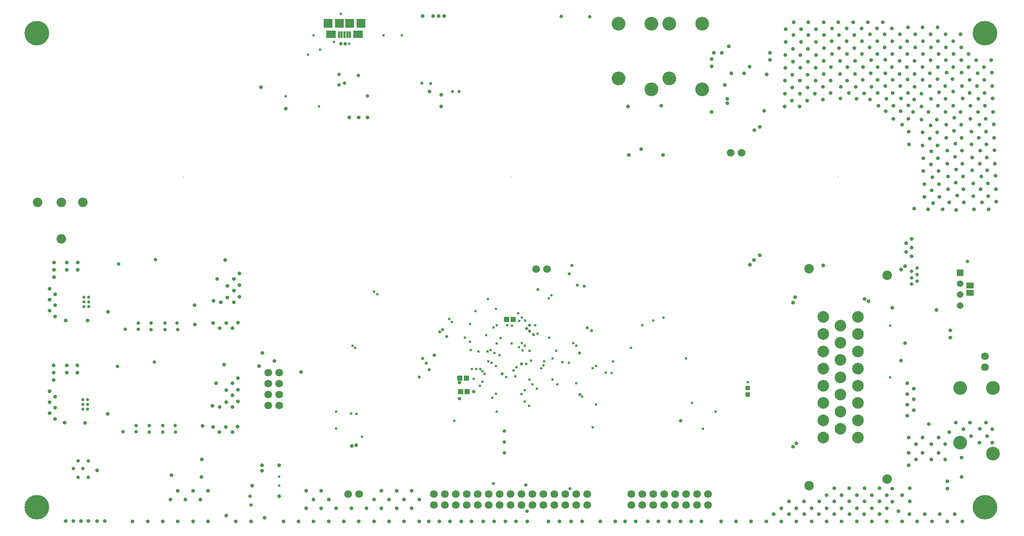
<source format=gbs>
G04*
G04 #@! TF.GenerationSoftware,Altium Limited,Altium Designer,18.1.11 (251)*
G04*
G04 Layer_Color=16711935*
%FSLAX25Y25*%
%MOIN*%
G70*
G01*
G75*
%ADD83R,0.06509X0.05524*%
%ADD87R,0.04343X0.04147*%
%ADD96R,0.04934X0.04737*%
%ADD107C,0.07099*%
%ADD108C,0.22453*%
%ADD109C,0.12611*%
%ADD110C,0.00800*%
%ADD111C,0.06068*%
%ADD112R,0.06068X0.06068*%
%ADD113C,0.08674*%
%ADD114C,0.10642*%
%ADD115C,0.03162*%
%ADD116C,0.02375*%
%ADD117C,0.03556*%
%ADD118C,0.02769*%
%ADD144R,0.07887X0.08280*%
%ADD145R,0.08280X0.08280*%
%ADD146R,0.09068X0.07099*%
%ADD147R,0.02375X0.06115*%
%ADD148R,0.02375X0.06135*%
D83*
X872047Y222209D02*
D03*
Y215516D02*
D03*
D87*
X669291Y128622D02*
D03*
Y122520D02*
D03*
D96*
X454724Y191240D02*
D03*
X448819D02*
D03*
X406299Y137678D02*
D03*
X412205D02*
D03*
X406929Y125278D02*
D03*
X412835D02*
D03*
D107*
X653386Y343504D02*
D03*
X663386D02*
D03*
X314134Y31457D02*
D03*
X304134D02*
D03*
X602835Y31497D02*
D03*
Y21496D02*
D03*
X612835Y31497D02*
D03*
Y21496D02*
D03*
X622834Y31497D02*
D03*
Y21496D02*
D03*
X632835Y31497D02*
D03*
Y21497D02*
D03*
X592835Y21496D02*
D03*
Y31497D02*
D03*
X582834Y31496D02*
D03*
Y21496D02*
D03*
X562835D02*
D03*
Y31497D02*
D03*
X572835Y21496D02*
D03*
Y31496D02*
D03*
X885827Y147480D02*
D03*
Y157480D02*
D03*
X462638Y21496D02*
D03*
Y31496D02*
D03*
X522638D02*
D03*
X512638D02*
D03*
X502638D02*
D03*
X492638D02*
D03*
X482638D02*
D03*
X472638D02*
D03*
X442638D02*
D03*
X432638D02*
D03*
X422638D02*
D03*
X402638D02*
D03*
X392638D02*
D03*
X382638D02*
D03*
X522638Y21496D02*
D03*
X512638D02*
D03*
X502638D02*
D03*
X492638D02*
D03*
X482638D02*
D03*
X472638D02*
D03*
X442638D02*
D03*
X432638D02*
D03*
X422638D02*
D03*
X412638D02*
D03*
X392638D02*
D03*
X382638D02*
D03*
X452638Y31496D02*
D03*
Y21496D02*
D03*
X412638Y31496D02*
D03*
X402638Y21496D02*
D03*
X241339Y142599D02*
D03*
Y132599D02*
D03*
Y122599D02*
D03*
Y112600D02*
D03*
X231339D02*
D03*
Y122599D02*
D03*
Y132599D02*
D03*
Y142599D02*
D03*
X485827Y237402D02*
D03*
X475827D02*
D03*
D108*
X885827Y452756D02*
D03*
Y19685D02*
D03*
X19685Y452756D02*
D03*
Y19685D02*
D03*
D109*
X863189Y78740D02*
D03*
X893110Y68740D02*
D03*
X863189Y128740D02*
D03*
X893110D02*
D03*
X597555Y411522D02*
D03*
X627477Y401522D02*
D03*
X597555Y461522D02*
D03*
X627477D02*
D03*
X551296Y411522D02*
D03*
X581217Y401522D02*
D03*
X551296Y461522D02*
D03*
X581217D02*
D03*
D110*
X751968Y321260D02*
D03*
X452756D02*
D03*
X153543D02*
D03*
D111*
X863238Y203819D02*
D03*
Y213819D02*
D03*
Y223819D02*
D03*
D112*
Y233819D02*
D03*
D113*
X725197Y39191D02*
D03*
X796457Y45096D02*
D03*
X725197Y237616D02*
D03*
X796457Y231710D02*
D03*
X61811Y298327D02*
D03*
X42323D02*
D03*
Y264862D02*
D03*
X20669Y298327D02*
D03*
D114*
X738189Y83285D02*
D03*
Y99033D02*
D03*
Y114781D02*
D03*
Y130529D02*
D03*
Y146277D02*
D03*
Y162025D02*
D03*
Y177773D02*
D03*
Y193521D02*
D03*
X753937Y91159D02*
D03*
Y106907D02*
D03*
Y122655D02*
D03*
Y138403D02*
D03*
Y154151D02*
D03*
Y169899D02*
D03*
Y185647D02*
D03*
X769685Y83285D02*
D03*
Y99033D02*
D03*
Y114781D02*
D03*
Y130529D02*
D03*
Y146277D02*
D03*
Y162025D02*
D03*
Y177773D02*
D03*
Y193521D02*
D03*
D115*
X466535Y39961D02*
D03*
X467520Y15748D02*
D03*
X524691Y468062D02*
D03*
X498966Y468219D02*
D03*
X405748Y133465D02*
D03*
X446850Y89366D02*
D03*
Y69173D02*
D03*
Y79269D02*
D03*
X382874Y158465D02*
D03*
X405748Y118898D02*
D03*
X418898Y125146D02*
D03*
X823819Y238189D02*
D03*
Y226378D02*
D03*
Y232283D02*
D03*
X818898Y235236D02*
D03*
Y229331D02*
D03*
Y223425D02*
D03*
X869734Y244094D02*
D03*
X66771Y46990D02*
D03*
X57519D02*
D03*
X66771Y61754D02*
D03*
X57519D02*
D03*
X62008Y54864D02*
D03*
X53128Y54864D02*
D03*
X214469Y29685D02*
D03*
X215555Y21654D02*
D03*
X110500Y94371D02*
D03*
Y88466D02*
D03*
X122351Y94397D02*
D03*
Y88269D02*
D03*
X134843Y94397D02*
D03*
Y88269D02*
D03*
X146043Y94397D02*
D03*
X146653Y88269D02*
D03*
X98425Y88466D02*
D03*
X100394Y182087D02*
D03*
X148622Y181890D02*
D03*
X148012Y188018D02*
D03*
X136811Y181890D02*
D03*
Y188018D02*
D03*
X124320Y181890D02*
D03*
Y188018D02*
D03*
X112468Y182087D02*
D03*
Y187992D02*
D03*
X607874Y98639D02*
D03*
X94587Y241929D02*
D03*
X128248Y245984D02*
D03*
X127165Y152363D02*
D03*
X93504Y148308D02*
D03*
X321915Y395669D02*
D03*
X295768Y405512D02*
D03*
X300866Y407264D02*
D03*
X295768Y415354D02*
D03*
X313366Y414370D02*
D03*
X297638Y443307D02*
D03*
X301575D02*
D03*
D116*
X639764Y106907D02*
D03*
X612835Y155512D02*
D03*
X305217Y443405D02*
D03*
X293099Y106812D02*
D03*
X418898Y137008D02*
D03*
X306693Y105118D02*
D03*
X443456Y174135D02*
D03*
X453937Y185433D02*
D03*
X449605Y185826D02*
D03*
X437008Y184055D02*
D03*
X544882Y142126D02*
D03*
X539370Y142520D02*
D03*
X546063Y152865D02*
D03*
X311805Y105060D02*
D03*
X434055Y163189D02*
D03*
X431496Y162025D02*
D03*
X308071Y167323D02*
D03*
X310555Y165354D02*
D03*
X456693Y139370D02*
D03*
X439173Y200787D02*
D03*
X439978Y185826D02*
D03*
X505905Y151575D02*
D03*
X495079Y131986D02*
D03*
X509842Y169685D02*
D03*
X512638Y167323D02*
D03*
X490748Y136162D02*
D03*
X448425Y138614D02*
D03*
X477165Y178347D02*
D03*
X396457Y191652D02*
D03*
X398819Y188976D02*
D03*
X415354Y187008D02*
D03*
X460534Y189961D02*
D03*
X459646Y196850D02*
D03*
X416339Y163189D02*
D03*
X499981Y152147D02*
D03*
X453542Y169291D02*
D03*
X439978D02*
D03*
X442638Y158465D02*
D03*
X437795Y160433D02*
D03*
X431692Y209867D02*
D03*
X430210Y176823D02*
D03*
X423307Y162025D02*
D03*
X469488Y112205D02*
D03*
X465551Y116273D02*
D03*
X463542Y162872D02*
D03*
X487713Y174440D02*
D03*
X466980Y150591D02*
D03*
X472441Y131986D02*
D03*
X476674Y128010D02*
D03*
X469764Y136162D02*
D03*
X465551Y126435D02*
D03*
X435039Y151575D02*
D03*
X471284Y153543D02*
D03*
X530512Y148736D02*
D03*
X527559Y146653D02*
D03*
X480413D02*
D03*
X482638Y149171D02*
D03*
X527559Y92520D02*
D03*
X530512Y113466D02*
D03*
X455118Y144488D02*
D03*
X457736Y147638D02*
D03*
X410825Y174605D02*
D03*
X415354Y170866D02*
D03*
X420394Y198879D02*
D03*
X424409Y130709D02*
D03*
X426753Y134252D02*
D03*
X435827Y119685D02*
D03*
X439280Y123228D02*
D03*
X669291Y133839D02*
D03*
X439173Y148622D02*
D03*
X401181Y98639D02*
D03*
X469758Y162598D02*
D03*
X494095D02*
D03*
X490748Y155512D02*
D03*
X483268Y152865D02*
D03*
X562598Y165354D02*
D03*
X460042Y165748D02*
D03*
X462992Y169685D02*
D03*
X465551Y167323D02*
D03*
X487402Y210630D02*
D03*
X489764Y213386D02*
D03*
X512598Y133071D02*
D03*
X799213Y138189D02*
D03*
X462534Y123071D02*
D03*
X517717Y120421D02*
D03*
X439978Y106907D02*
D03*
X421260Y145980D02*
D03*
X277461Y385925D02*
D03*
X247047Y395177D02*
D03*
X353346Y450787D02*
D03*
X267520Y433268D02*
D03*
X278543Y437992D02*
D03*
X297638Y470472D02*
D03*
X291339Y444882D02*
D03*
X272638Y450787D02*
D03*
X336614D02*
D03*
X582741Y190261D02*
D03*
X465731D02*
D03*
X592227Y192913D02*
D03*
X462804D02*
D03*
X475197Y186024D02*
D03*
X572835Y186024D02*
D03*
X618110Y114781D02*
D03*
X628150Y91159D02*
D03*
X799204Y185647D02*
D03*
X327756Y216535D02*
D03*
X330709Y214350D02*
D03*
X417323Y145980D02*
D03*
X426863Y143870D02*
D03*
X432331Y152865D02*
D03*
X428740Y141729D02*
D03*
X424803Y146063D02*
D03*
X293099Y91457D02*
D03*
X316760Y83858D02*
D03*
X241339Y47638D02*
D03*
X241240Y39191D02*
D03*
D117*
X636041Y380971D02*
D03*
X650591Y388880D02*
D03*
Y392782D02*
D03*
X571850Y346850D02*
D03*
X591831Y341535D02*
D03*
X560407D02*
D03*
X377953Y6693D02*
D03*
X407480D02*
D03*
X416929D02*
D03*
X557087D02*
D03*
X597555D02*
D03*
X307087Y18701D02*
D03*
X864543Y47244D02*
D03*
X225984Y160630D02*
D03*
X222835Y148425D02*
D03*
X237008Y153272D02*
D03*
X261024Y143307D02*
D03*
X859631Y291339D02*
D03*
X311417Y76378D02*
D03*
X307480Y75590D02*
D03*
X780960Y392082D02*
D03*
X808964Y381496D02*
D03*
X795184D02*
D03*
X834019Y380971D02*
D03*
X820239D02*
D03*
X856748Y386526D02*
D03*
X842968D02*
D03*
X816233Y362904D02*
D03*
X802041Y374715D02*
D03*
X810167Y369160D02*
D03*
X815821Y374715D02*
D03*
X816645Y351093D02*
D03*
X821176Y292738D02*
D03*
X842144Y362205D02*
D03*
X827953Y374016D02*
D03*
X828777Y362205D02*
D03*
X836078Y368460D02*
D03*
X841732Y374016D02*
D03*
X842968Y338583D02*
D03*
X828777Y350394D02*
D03*
X829601Y338583D02*
D03*
X836902Y344838D02*
D03*
X842556Y350394D02*
D03*
X835666Y356649D02*
D03*
X843792Y314961D02*
D03*
X829601Y326772D02*
D03*
X830424Y314961D02*
D03*
X837726Y321216D02*
D03*
X843380Y326772D02*
D03*
X836490Y333027D02*
D03*
X847087Y292038D02*
D03*
X830424Y303150D02*
D03*
X833720Y292038D02*
D03*
X838550Y297594D02*
D03*
X844204Y303150D02*
D03*
X837314Y309405D02*
D03*
X864049Y369160D02*
D03*
X849858Y380971D02*
D03*
X850682Y369160D02*
D03*
X857983Y375415D02*
D03*
X863637Y380971D02*
D03*
X864873Y345537D02*
D03*
X850682Y357348D02*
D03*
X851506Y345537D02*
D03*
X858807Y351793D02*
D03*
X864461Y357348D02*
D03*
X857572Y363604D02*
D03*
X865697Y321916D02*
D03*
X851506Y333727D02*
D03*
X852330Y321916D02*
D03*
X859631Y328171D02*
D03*
X865285Y333727D02*
D03*
X858395Y339982D02*
D03*
X866521Y298293D02*
D03*
X852330Y310104D02*
D03*
X853153Y298293D02*
D03*
X860455Y304549D02*
D03*
X866109Y310104D02*
D03*
X859219Y316360D02*
D03*
X850824Y416929D02*
D03*
X815139Y410674D02*
D03*
X815963Y387052D02*
D03*
X815409Y398337D02*
D03*
X864603Y416929D02*
D03*
X865427Y393307D02*
D03*
X864873Y404593D02*
D03*
X828777Y410148D02*
D03*
X821063Y392082D02*
D03*
X827953Y385827D02*
D03*
Y397638D02*
D03*
X821475Y403893D02*
D03*
X801556Y410148D02*
D03*
X753937Y393307D02*
D03*
X775591Y398031D02*
D03*
X774070Y410148D02*
D03*
X768005Y403893D02*
D03*
X782196D02*
D03*
X850270Y428215D02*
D03*
X864049D02*
D03*
X877829D02*
D03*
X842968Y421959D02*
D03*
X856748D02*
D03*
X895728Y310104D02*
D03*
X881948D02*
D03*
X888838Y303849D02*
D03*
X883184Y298293D02*
D03*
X875882Y292038D02*
D03*
X875058Y303849D02*
D03*
X889250Y292038D02*
D03*
X896282Y298819D02*
D03*
X894904Y333727D02*
D03*
X881124D02*
D03*
X888014Y327471D02*
D03*
X882360Y321916D02*
D03*
X875058Y315660D02*
D03*
X874235Y327471D02*
D03*
X888426Y315660D02*
D03*
X895458Y322441D02*
D03*
X894080Y357348D02*
D03*
X880301D02*
D03*
X887190Y351093D02*
D03*
X881536Y345537D02*
D03*
X874235Y339282D02*
D03*
X873411Y351093D02*
D03*
X887602Y339282D02*
D03*
X894634Y346063D02*
D03*
X893256Y380971D02*
D03*
X879477D02*
D03*
X886366Y374715D02*
D03*
X880712Y369160D02*
D03*
X873411Y362904D02*
D03*
X872587Y374715D02*
D03*
X886778Y362904D02*
D03*
X893810Y369685D02*
D03*
X892432Y404593D02*
D03*
X878653D02*
D03*
X885542Y398337D02*
D03*
X879889Y392782D02*
D03*
X872587Y386526D02*
D03*
X871763Y398337D02*
D03*
X885954Y386526D02*
D03*
X892986Y393307D02*
D03*
X891608Y428215D02*
D03*
X884719Y421959D02*
D03*
X879065Y416404D02*
D03*
X871763Y410148D02*
D03*
X870939Y421959D02*
D03*
X885131Y410148D02*
D03*
X892162Y416929D02*
D03*
X856336Y410848D02*
D03*
X842556D02*
D03*
X849446Y404593D02*
D03*
X843792Y399037D02*
D03*
X836490Y392782D02*
D03*
X835666Y404593D02*
D03*
X849858Y392782D02*
D03*
X856890Y399562D02*
D03*
X808519Y404593D02*
D03*
X794740D02*
D03*
X801630Y398337D02*
D03*
X795976Y392782D02*
D03*
X788674Y386526D02*
D03*
X787850Y398337D02*
D03*
X802041Y386526D02*
D03*
X809073Y393307D02*
D03*
X744864Y409449D02*
D03*
X759879D02*
D03*
X768417Y392782D02*
D03*
X754225Y403893D02*
D03*
X761527Y398337D02*
D03*
X794882Y428740D02*
D03*
X794740Y416404D02*
D03*
X787850Y410148D02*
D03*
Y421959D02*
D03*
X814997Y433770D02*
D03*
X759879D02*
D03*
X773659D02*
D03*
X746100D02*
D03*
X774482Y421959D02*
D03*
X760291D02*
D03*
X753401Y415704D02*
D03*
X767181D02*
D03*
X753401Y427515D02*
D03*
X767181D02*
D03*
X781784Y428215D02*
D03*
X781372Y416404D02*
D03*
X730672Y397638D02*
D03*
X716893D02*
D03*
X703113D02*
D03*
X744864Y398337D02*
D03*
X737974Y392082D02*
D03*
X716481Y385827D02*
D03*
X702701D02*
D03*
X709591Y391383D02*
D03*
X723370D02*
D03*
X731084Y421260D02*
D03*
X717305D02*
D03*
X703525D02*
D03*
X745276Y421959D02*
D03*
X737974Y403893D02*
D03*
X738386Y415704D02*
D03*
X731084Y409449D02*
D03*
X716893D02*
D03*
X703113D02*
D03*
X710003Y403194D02*
D03*
X723782D02*
D03*
X710003Y415004D02*
D03*
X723782D02*
D03*
X724194Y438627D02*
D03*
X710415D02*
D03*
X724194Y426816D02*
D03*
X710415D02*
D03*
X703525Y433071D02*
D03*
X717305D02*
D03*
X731496D02*
D03*
X738798Y439326D02*
D03*
X738386Y427515D02*
D03*
X821475D02*
D03*
X807695D02*
D03*
X821475Y415704D02*
D03*
X807695D02*
D03*
X800806Y421959D02*
D03*
X814585D02*
D03*
X828777D02*
D03*
X836078Y428215D02*
D03*
X835666Y416404D02*
D03*
X822299Y440026D02*
D03*
X829189Y433770D02*
D03*
X864049Y440026D02*
D03*
X850270D02*
D03*
X836490D02*
D03*
X870939Y433770D02*
D03*
X857160D02*
D03*
X843380D02*
D03*
X829189Y445581D02*
D03*
X842968D02*
D03*
X856748D02*
D03*
X822299Y451837D02*
D03*
X836078D02*
D03*
X849858D02*
D03*
X863637D02*
D03*
X814997Y445581D02*
D03*
X800806Y457393D02*
D03*
X787026D02*
D03*
X815409Y458092D02*
D03*
X842556D02*
D03*
X828777D02*
D03*
X778900Y462948D02*
D03*
X792680D02*
D03*
X751753D02*
D03*
X765533D02*
D03*
X801218Y445581D02*
D03*
X787438D02*
D03*
X794328Y451837D02*
D03*
X808107D02*
D03*
X801218Y433770D02*
D03*
X787438D02*
D03*
X780548Y440026D02*
D03*
X794328D02*
D03*
X808519D02*
D03*
X780960Y451837D02*
D03*
X766357Y451137D02*
D03*
X752577D02*
D03*
X759467Y457393D02*
D03*
X773247D02*
D03*
X766357Y439326D02*
D03*
X752577D02*
D03*
X745687Y445581D02*
D03*
X759467D02*
D03*
X773659D02*
D03*
X746100Y457393D02*
D03*
X711239Y462948D02*
D03*
X703937Y456693D02*
D03*
X738798Y451137D02*
D03*
X724606D02*
D03*
X710827D02*
D03*
X703937Y444882D02*
D03*
X717717D02*
D03*
X731496D02*
D03*
X738386Y462948D02*
D03*
X724606D02*
D03*
X717717Y456693D02*
D03*
X731496D02*
D03*
X559726Y386025D02*
D03*
X590041Y386593D02*
D03*
X858268Y13145D02*
D03*
X865158Y6693D02*
D03*
X844488Y13145D02*
D03*
X851378Y6693D02*
D03*
X830709Y13145D02*
D03*
X837598Y6693D02*
D03*
X170472Y63386D02*
D03*
X225590Y57874D02*
D03*
X779528Y207989D02*
D03*
X710630Y74803D02*
D03*
Y206693D02*
D03*
X775683Y209842D02*
D03*
X712598Y211417D02*
D03*
X713583Y77756D02*
D03*
X873032Y84646D02*
D03*
X887713D02*
D03*
X892457Y78504D02*
D03*
X880906Y78719D02*
D03*
X853347Y88269D02*
D03*
X816109Y57834D02*
D03*
Y69173D02*
D03*
X828822D02*
D03*
X822917Y63246D02*
D03*
X843504Y69173D02*
D03*
X849409Y63246D02*
D03*
X836696D02*
D03*
X816109Y83313D02*
D03*
X828822D02*
D03*
X822917Y77386D02*
D03*
X843504Y83313D02*
D03*
X849409Y77386D02*
D03*
X836696D02*
D03*
X881083Y91139D02*
D03*
X892635Y90924D02*
D03*
X886729Y96850D02*
D03*
X866142Y90924D02*
D03*
X872047Y96850D02*
D03*
X859334D02*
D03*
X834646Y95472D02*
D03*
X812992Y239961D02*
D03*
X809055Y237008D02*
D03*
X812992Y169685D02*
D03*
X809055Y153543D02*
D03*
X801180Y36417D02*
D03*
Y24606D02*
D03*
X801181Y201772D02*
D03*
X141732Y26575D02*
D03*
X155512D02*
D03*
X169291D02*
D03*
X148622Y34449D02*
D03*
X162402D02*
D03*
X176181D02*
D03*
X362205D02*
D03*
X348425D02*
D03*
X334646D02*
D03*
X279528D02*
D03*
X265748D02*
D03*
X369094Y26575D02*
D03*
X355315D02*
D03*
X341535D02*
D03*
X327756D02*
D03*
X286417D02*
D03*
X272638D02*
D03*
X362205Y18701D02*
D03*
X348425D02*
D03*
X334646D02*
D03*
X320866D02*
D03*
X293307D02*
D03*
X279528D02*
D03*
X265748D02*
D03*
X810039Y30512D02*
D03*
X176181Y6693D02*
D03*
X107283D02*
D03*
X162401D02*
D03*
X148622D02*
D03*
X121063D02*
D03*
X134843D02*
D03*
X171161Y93945D02*
D03*
X203546Y137678D02*
D03*
X198625Y122057D02*
D03*
X203546Y126978D02*
D03*
X198625Y132757D02*
D03*
Y111352D02*
D03*
X203546Y116273D02*
D03*
X203346Y93081D02*
D03*
X186814Y111352D02*
D03*
X192720Y115730D02*
D03*
X192520Y92913D02*
D03*
X180709D02*
D03*
X192720Y126435D02*
D03*
X186614Y88160D02*
D03*
X198425D02*
D03*
X198625Y183264D02*
D03*
X186814D02*
D03*
X193898Y222025D02*
D03*
X180909Y188018D02*
D03*
X181198Y208268D02*
D03*
X192720Y188018D02*
D03*
X193898Y211320D02*
D03*
X187992Y206941D02*
D03*
X203546Y188185D02*
D03*
X204724Y211863D02*
D03*
X199803Y206941D02*
D03*
X56890Y142675D02*
D03*
X47047D02*
D03*
X35236Y135982D02*
D03*
Y142675D02*
D03*
Y149171D02*
D03*
X47047D02*
D03*
X56890D02*
D03*
X57087Y243110D02*
D03*
X47244D02*
D03*
X35433D02*
D03*
Y236614D02*
D03*
X258858Y6693D02*
D03*
X245079D02*
D03*
X272638D02*
D03*
X286417D02*
D03*
X300197D02*
D03*
X313976D02*
D03*
X327756D02*
D03*
X341535D02*
D03*
X355315D02*
D03*
X369094D02*
D03*
X427559D02*
D03*
X397342D02*
D03*
X387402D02*
D03*
X437402D02*
D03*
X447835D02*
D03*
X457480D02*
D03*
X468012D02*
D03*
X487205D02*
D03*
X497047D02*
D03*
X507874D02*
D03*
X517717D02*
D03*
X566929D02*
D03*
X548228D02*
D03*
X534449D02*
D03*
X577756D02*
D03*
X587598D02*
D03*
X607874D02*
D03*
X617618D02*
D03*
X626968D02*
D03*
X644685D02*
D03*
X658465D02*
D03*
X672244D02*
D03*
X796260Y30512D02*
D03*
X782480D02*
D03*
X789370Y36767D02*
D03*
X817057D02*
D03*
X768701Y30512D02*
D03*
X754921D02*
D03*
X741142D02*
D03*
X748032Y36767D02*
D03*
X761811D02*
D03*
X776003D02*
D03*
X823819Y6693D02*
D03*
X810039D02*
D03*
X816929Y13145D02*
D03*
X796260Y18701D02*
D03*
X782480D02*
D03*
X789370Y24956D02*
D03*
X817057D02*
D03*
X796260Y6693D02*
D03*
X782480D02*
D03*
X768701D02*
D03*
X775591Y13145D02*
D03*
X789370D02*
D03*
X768701Y18701D02*
D03*
X754921D02*
D03*
X741142D02*
D03*
X748032Y24956D02*
D03*
X761811D02*
D03*
X776003D02*
D03*
X754921Y6693D02*
D03*
X741142D02*
D03*
X727362D02*
D03*
X734252Y13145D02*
D03*
X748032D02*
D03*
X762223D02*
D03*
X727362Y18701D02*
D03*
X713583D02*
D03*
X699803D02*
D03*
X706693Y24956D02*
D03*
X720472D02*
D03*
X734664D02*
D03*
X720884Y13145D02*
D03*
X706693D02*
D03*
X692913D02*
D03*
X686024Y6693D02*
D03*
X699803D02*
D03*
X713583D02*
D03*
X806988Y16043D02*
D03*
X378642Y399633D02*
D03*
X389075Y396562D02*
D03*
X389173Y386070D02*
D03*
X391732Y468504D02*
D03*
X386890D02*
D03*
X381890D02*
D03*
X372047D02*
D03*
X675000Y245734D02*
D03*
X675197Y364173D02*
D03*
X738189Y240551D02*
D03*
X818898Y249016D02*
D03*
X671260Y241142D02*
D03*
X684055Y381890D02*
D03*
X841535Y199803D02*
D03*
X680118Y250000D02*
D03*
Y367126D02*
D03*
X648146Y405512D02*
D03*
X686532Y415354D02*
D03*
X689485Y435039D02*
D03*
Y428738D02*
D03*
X665862Y416339D02*
D03*
X670784Y422244D02*
D03*
X654051Y416339D02*
D03*
X638303Y435039D02*
D03*
X645587D02*
D03*
X651886Y440945D02*
D03*
X636335Y429327D02*
D03*
Y422734D02*
D03*
X199803Y228346D02*
D03*
X180020Y112205D02*
D03*
X190751Y149859D02*
D03*
X183366Y132757D02*
D03*
X204724Y222568D02*
D03*
X199803Y217647D02*
D03*
X204724Y233268D02*
D03*
X184544Y228346D02*
D03*
X191929Y245449D02*
D03*
X224501Y403543D02*
D03*
X247047Y383858D02*
D03*
X321850Y375984D02*
D03*
X313976D02*
D03*
X305118D02*
D03*
X813976Y252953D02*
D03*
X818898Y264764D02*
D03*
Y256890D02*
D03*
X813976Y260827D02*
D03*
X864543Y64961D02*
D03*
X854130Y174605D02*
D03*
Y181298D02*
D03*
X63976Y96545D02*
D03*
X45276Y96792D02*
D03*
X35433Y229921D02*
D03*
X47244Y236614D02*
D03*
X57087D02*
D03*
X84646Y105060D02*
D03*
X84941Y198228D02*
D03*
X36417Y100197D02*
D03*
X31496Y105571D02*
D03*
X36417Y110571D02*
D03*
X31496Y115571D02*
D03*
Y125571D02*
D03*
X36417Y120571D02*
D03*
X36417Y214350D02*
D03*
X31496Y219350D02*
D03*
X46260Y190354D02*
D03*
X66142D02*
D03*
X31496Y209350D02*
D03*
X36417Y204350D02*
D03*
X31496Y199350D02*
D03*
X36417Y193976D02*
D03*
X81693Y6890D02*
D03*
X74803D02*
D03*
X66929D02*
D03*
X60039D02*
D03*
X53150D02*
D03*
X46260D02*
D03*
X74705Y53150D02*
D03*
X216535Y39191D02*
D03*
X225590Y52756D02*
D03*
X192913Y11811D02*
D03*
X163779Y204331D02*
D03*
X164272Y186713D02*
D03*
X170276Y47244D02*
D03*
X143012Y49016D02*
D03*
X241240Y29577D02*
D03*
X241339Y57874D02*
D03*
X227992Y9843D02*
D03*
X215555Y6693D02*
D03*
X201575D02*
D03*
X851364Y43110D02*
D03*
X851482Y36417D02*
D03*
X814961Y132874D02*
D03*
X814961Y123031D02*
D03*
Y113189D02*
D03*
Y103347D02*
D03*
X820866Y108268D02*
D03*
Y118110D02*
D03*
Y127953D02*
D03*
D118*
X469758Y180565D02*
D03*
X369094Y138583D02*
D03*
X378346Y145276D02*
D03*
X375590Y151181D02*
D03*
X372047Y155512D02*
D03*
X469758Y186024D02*
D03*
X506890Y36417D02*
D03*
X399508Y399508D02*
D03*
X522360Y183480D02*
D03*
X394094Y175706D02*
D03*
X515354Y160630D02*
D03*
X444882Y141732D02*
D03*
X526476Y180980D02*
D03*
X467323Y183071D02*
D03*
X473424Y177165D02*
D03*
X387795Y179921D02*
D03*
X515945Y122655D02*
D03*
X462598Y150591D02*
D03*
X437008Y41339D02*
D03*
X379429Y406988D02*
D03*
X405669Y399508D02*
D03*
X371654Y407113D02*
D03*
X390529Y181890D02*
D03*
X508661Y240551D02*
D03*
X477559Y218504D02*
D03*
X513386Y222441D02*
D03*
X519685Y221457D02*
D03*
X506299Y233071D02*
D03*
X66142Y109135D02*
D03*
X61811D02*
D03*
X66142Y113466D02*
D03*
X61811D02*
D03*
X66142Y117796D02*
D03*
X61811D02*
D03*
X67126Y202756D02*
D03*
X62795D02*
D03*
X67126Y207087D02*
D03*
X62795D02*
D03*
X67126Y211417D02*
D03*
X62795D02*
D03*
D144*
X315846Y462008D02*
D03*
X285925Y462008D02*
D03*
D145*
X305610D02*
D03*
X296161D02*
D03*
D146*
X313090Y451968D02*
D03*
X288681Y451968D02*
D03*
D147*
X303445Y451476D02*
D03*
X306004D02*
D03*
X295768D02*
D03*
X300886D02*
D03*
D148*
X298327D02*
D03*
M02*

</source>
